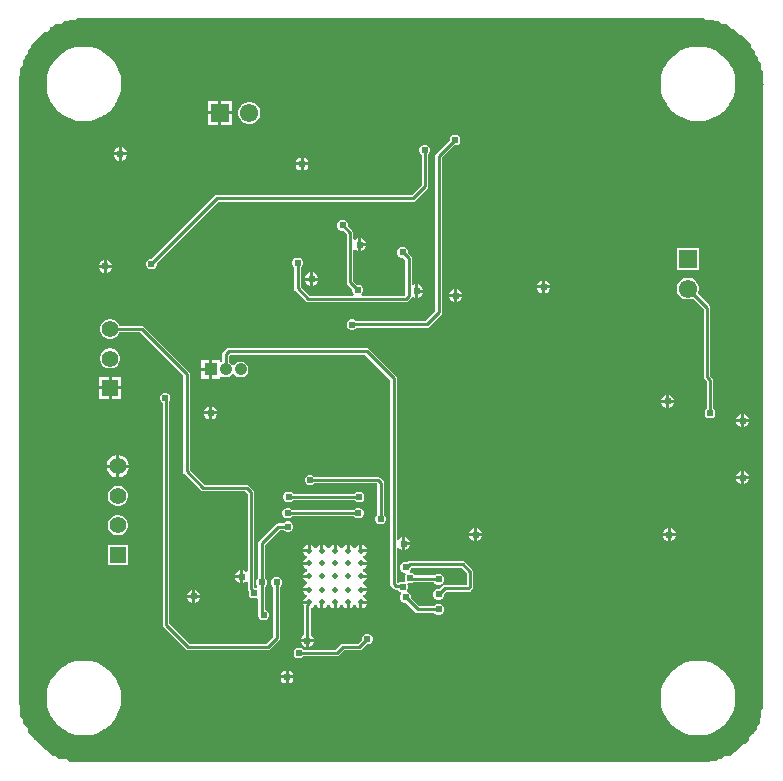
<source format=gbl>
%FSTAX23Y23*%
%MOIN*%
%SFA1B1*%

%IPPOS*%
%ADD13C,0.010000*%
%ADD53R,0.055118X0.055118*%
%ADD54C,0.055118*%
%ADD57R,0.061024X0.061024*%
%ADD58C,0.061024*%
%ADD59R,0.061024X0.061024*%
%ADD62C,0.041339*%
%ADD63R,0.041339X0.041339*%
%ADD64C,0.024016*%
%ADD65C,0.019685*%
%LNswimmingpool-1*%
%LPD*%
G36*
X0512Y03295D02*
X05145D01*
X0515Y0329*
X05165*
X05175Y0328*
X0519*
X05205Y03265*
X05215*
X05235Y03245*
X0524*
X0527Y03215*
Y03205*
X05285Y0319*
Y0318*
X05295Y0317*
Y0316*
X05305Y0315*
Y0313*
X0531Y03125*
Y03085*
X05315Y0308*
X0531Y03075*
Y01*
X05305Y00995*
Y0097*
X053Y00965*
Y0095*
X0529Y0094*
Y0093*
X0528Y0092*
Y00915*
X05275*
X05265Y00905*
Y00895*
X0525Y0088*
X05245*
X0522Y00855*
X05215*
X052Y0084*
X0518*
X0517Y0083*
X0516*
X05155Y00825*
X05135*
X0513Y0082*
X03*
X0299Y0083*
X02965*
X02955Y0084*
X02945*
X02925Y0086*
X0292*
X02885Y00895*
X0288*
Y009*
X0286Y0092*
Y00935*
X02845Y0095*
Y00965*
X02835Y00975*
Y0101*
X0283Y01015*
Y03105*
X02835Y0311*
Y03135*
X02845Y03145*
Y0316*
X0285Y03165*
Y03175*
X0286Y03185*
Y03195*
X0287Y03205*
Y0321*
X02915Y03255*
X02925*
X02935Y03265*
Y0327*
X0294*
X0295Y0328*
X0297*
X0298Y0329*
X02995*
X03Y03295*
X0302*
X03025Y033*
X05115*
X0512Y03295*
G37*
%LNswimmingpool-2*%
%LPC*%
G36*
X05102Y03206D02*
X05087D01*
X05086Y03206*
X05086Y03206*
X05071Y03204*
X0507Y03204*
X0507Y03204*
X05055Y032*
X05054Y032*
X05054*
X0504Y03194*
X05039Y03194*
X05039Y03194*
X05026Y03186*
X05025Y03185*
X05025Y03185*
X05013Y03176*
X05012Y03175*
X05012Y03175*
X05001Y03164*
X05001Y03164*
X05Y03164*
X04991Y03151*
X04991Y03151*
X0499Y03151*
X04983Y03137*
X04983Y03137*
X04982Y03137*
X04976Y03122*
Y03122*
X04976Y03121*
X04972Y03107*
X04972Y03106*
X04972Y03106*
X0497Y0309*
X0497Y0309*
X0497Y03089*
Y03074*
X0497Y03074*
X0497Y03073*
X04972Y03058*
X04972Y03057*
X04972Y03057*
X04976Y03042*
X04976Y03042*
Y03041*
X04982Y03027*
X04983Y03027*
X04983Y03026*
X0499Y03013*
X04991Y03012*
X04991Y03012*
X05Y03*
X05001Y03*
X05001Y02999*
X05012Y02988*
X05012Y02988*
X05013Y02988*
X05025Y02978*
X05025Y02978*
X05026Y02978*
X05039Y0297*
X05039Y0297*
X0504Y0297*
X05054Y02964*
X05054*
X05055Y02963*
X0507Y02959*
X0507Y02959*
X05071Y02959*
X05086Y02957*
X05086Y02957*
X05087Y02957*
X05102*
X05103Y02957*
X05103Y02957*
X05118Y02959*
X05119Y02959*
X05119Y02959*
X05134Y02963*
X05135Y02964*
X05135*
X05149Y0297*
X0515Y0297*
X0515Y0297*
X05163Y02978*
X05164Y02978*
X05164Y02978*
X05176Y02988*
X05177Y02988*
X05177Y02988*
X05188Y02999*
X05188Y03*
X05189Y03*
X05198Y03012*
X05198Y03012*
X05199Y03013*
X05206Y03026*
X05206Y03027*
X05207Y03027*
X05213Y03041*
Y03042*
X05213Y03042*
X05217Y03057*
X05217Y03057*
X05217Y03058*
X05219Y03073*
X05219Y03074*
X05219Y03074*
Y03089*
X05219Y0309*
X05219Y0309*
X05217Y03106*
X05217Y03106*
X05217Y03107*
X05213Y03121*
X05213Y03122*
Y03122*
X05207Y03137*
X05206Y03137*
X05206Y03137*
X05199Y03151*
X05198Y03151*
X05198Y03151*
X05189Y03164*
X05188Y03164*
X05188Y03164*
X05177Y03175*
X05177Y03175*
X05176Y03176*
X05164Y03185*
X05164Y03185*
X05163Y03186*
X0515Y03194*
X0515Y03194*
X05149Y03194*
X05135Y032*
X05135*
X05134Y032*
X05119Y03204*
X05119Y03204*
X05118Y03204*
X05103Y03206*
X05103Y03206*
X05102Y03206*
G37*
G36*
X03055D02*
X0304D01*
X03039Y03206*
X03039Y03206*
X03023Y03204*
X03023Y03204*
X03022Y03204*
X03008Y032*
X03007Y032*
X03007*
X02992Y03194*
X02992Y03194*
X02992Y03194*
X02978Y03186*
X02978Y03185*
X02978Y03185*
X02965Y03176*
X02965Y03175*
X02965Y03175*
X02954Y03164*
X02954Y03164*
X02953Y03164*
X02944Y03151*
X02944Y03151*
X02943Y03151*
X02935Y03137*
X02935Y03137*
X02935Y03137*
X02929Y03122*
Y03122*
X02929Y03121*
X02925Y03107*
X02925Y03106*
X02925Y03106*
X02923Y0309*
X02923Y0309*
X02923Y03089*
Y03074*
X02923Y03074*
X02923Y03073*
X02925Y03058*
X02925Y03057*
X02925Y03057*
X02929Y03042*
X02929Y03042*
Y03041*
X02935Y03027*
X02935Y03027*
X02935Y03026*
X02943Y03013*
X02944Y03012*
X02944Y03012*
X02953Y03*
X02954Y03*
X02954Y02999*
X02965Y02988*
X02965Y02988*
X02965Y02988*
X02978Y02978*
X02978Y02978*
X02978Y02978*
X02992Y0297*
X02992Y0297*
X02992Y0297*
X03007Y02964*
X03007*
X03008Y02963*
X03022Y02959*
X03023Y02959*
X03023Y02959*
X03039Y02957*
X03039Y02957*
X0304Y02957*
X03055*
X03055Y02957*
X03056Y02957*
X03071Y02959*
X03072Y02959*
X03072Y02959*
X03087Y02963*
X03087Y02964*
X03088*
X03102Y0297*
X03102Y0297*
X03103Y0297*
X03116Y02978*
X03117Y02978*
X03117Y02978*
X03129Y02988*
X03129Y02988*
X0313Y02988*
X03141Y02999*
X03141Y03*
X03141Y03*
X03151Y03012*
X03151Y03012*
X03151Y03013*
X03159Y03026*
X03159Y03027*
X03159Y03027*
X03165Y03041*
Y03042*
X03166Y03042*
X0317Y03057*
X0317Y03057*
X0317Y03058*
X03172Y03073*
X03172Y03074*
X03172Y03074*
Y03089*
X03172Y0309*
X03172Y0309*
X0317Y03106*
X0317Y03106*
X0317Y03107*
X03166Y03121*
X03165Y03122*
Y03122*
X03159Y03137*
X03159Y03137*
X03159Y03137*
X03151Y03151*
X03151Y03151*
X03151Y03151*
X03141Y03164*
X03141Y03164*
X03141Y03164*
X0313Y03175*
X03129Y03175*
X03129Y03176*
X03117Y03185*
X03117Y03185*
X03116Y03186*
X03103Y03194*
X03102Y03194*
X03102Y03194*
X03088Y032*
X03087*
X03087Y032*
X03072Y03204*
X03072Y03204*
X03071Y03204*
X03056Y03206*
X03055Y03206*
X03055Y03206*
G37*
G36*
X03541Y03026D02*
X03505D01*
Y0299*
X03541*
Y03026*
G37*
G36*
X03495D02*
X0346D01*
Y0299*
X03495*
Y03026*
G37*
G36*
X03604Y03022D02*
X03594D01*
X03585Y03019*
X03576Y03014*
X0357Y03008*
X03565Y02999*
X03562Y0299*
Y0298*
X03565Y02971*
X0357Y02963*
X03576Y02956*
X03585Y02951*
X03594Y02949*
X03604*
X03613Y02951*
X03621Y02956*
X03628Y02963*
X03633Y02971*
X03635Y0298*
Y0299*
X03633Y02999*
X03628Y03008*
X03621Y03014*
X03613Y03019*
X03604Y03022*
G37*
G36*
X03541Y0298D02*
X03505D01*
Y02945*
X03541*
Y0298*
G37*
G36*
X03495D02*
X0346D01*
Y02945*
X03495*
Y0298*
G37*
G36*
X03174Y0287D02*
Y02853D01*
X03191*
X03187Y0286*
X03181Y02867*
X03174Y0287*
G37*
G36*
X03164D02*
X03156Y02867D01*
X0315Y0286*
X03147Y02853*
X03164*
Y0287*
G37*
G36*
X03191Y02843D02*
X03174D01*
Y02826*
X03181Y02829*
X03187Y02836*
X03191Y02843*
G37*
G36*
X03164D02*
X03147D01*
X0315Y02836*
X03156Y02829*
X03164Y02826*
Y02843*
G37*
G36*
X0378Y02836D02*
Y0282D01*
X03796*
X03793Y02827*
X03787Y02833*
X0378Y02836*
G37*
G36*
X0377D02*
X03762Y02833D01*
X03756Y02827*
X03753Y0282*
X0377*
Y02836*
G37*
G36*
X03796Y0281D02*
X0378D01*
Y02793*
X03787Y02796*
X03793Y02802*
X03796Y0281*
G37*
G36*
X0377D02*
X03753D01*
X03756Y02802*
X03762Y02796*
X0377Y02793*
Y0281*
G37*
G36*
X03972Y02568D02*
Y02551D01*
X03989*
X03985Y02558*
X03979Y02565*
X03972Y02568*
G37*
G36*
X03989Y02541D02*
X03972D01*
Y02524*
X03979Y02527*
X03985Y02533*
X03989Y02541*
G37*
G36*
X03123Y02495D02*
Y02478D01*
X0314*
X03137Y02486*
X03131Y02492*
X03123Y02495*
G37*
G36*
X03113D02*
X03106Y02492D01*
X031Y02486*
X03097Y02478*
X03113*
Y02495*
G37*
G36*
X04187Y02879D02*
X04179D01*
X04173Y02876*
X04168Y02871*
X04165Y02865*
Y02858*
X04168Y02851*
X04173Y02846*
X04173Y02846*
Y02744*
X0414Y02711*
X0349*
X03486Y0271*
X03482Y02707*
X03274Y02499*
X03268*
X03262Y02496*
X03257Y02491*
X03254Y02485*
Y02477*
X03257Y02471*
X03262Y02466*
X03268Y02463*
X03275*
X03282Y02466*
X03287Y02471*
X0329Y02477*
Y02483*
X03495Y02688*
X04145*
X04149Y02689*
X04152Y02692*
X04192Y02732*
X04195Y02735*
X04196Y0274*
Y02848*
X04198Y02851*
X04201Y02858*
Y02865*
X04198Y02871*
X04193Y02876*
X04187Y02879*
G37*
G36*
X05097Y02534D02*
X05024D01*
Y02461*
X05097*
Y02534*
G37*
G36*
X0314Y02468D02*
X03123D01*
Y02452*
X03131Y02455*
X03137Y02461*
X0314Y02468*
G37*
G36*
X03113D02*
X03097D01*
X031Y02461*
X03106Y02455*
X03113Y02452*
Y02468*
G37*
G36*
X03812Y02453D02*
Y02436D01*
X03829*
X03825Y02443*
X03819Y0245*
X03812Y02453*
G37*
G36*
X03802D02*
X03794Y0245D01*
X03788Y02443*
X03785Y02436*
X03802*
Y02453*
G37*
G36*
X04585Y02426D02*
Y0241D01*
X04601*
X04598Y02417*
X04592Y02423*
X04585Y02426*
G37*
G36*
X04575D02*
X04567Y02423D01*
X04561Y02417*
X04558Y0241*
X04575*
Y02426*
G37*
G36*
X03829Y02426D02*
X03812D01*
Y02409*
X03819Y02412*
X03825Y02418*
X03829Y02426*
G37*
G36*
X03802D02*
X03785D01*
X03788Y02418*
X03794Y02412*
X03802Y02409*
Y02426*
G37*
G36*
X04162Y02413D02*
Y02396D01*
X04179*
X04175Y02403*
X04169Y0241*
X04162Y02413*
G37*
G36*
X04601Y024D02*
X04585D01*
Y02383*
X04592Y02386*
X04598Y02392*
X04601Y024*
G37*
G36*
X04575D02*
X04558D01*
X04561Y02392*
X04567Y02386*
X04575Y02383*
Y024*
G37*
G36*
X04292Y02398D02*
Y02381D01*
X04309*
X04305Y02388*
X04299Y02395*
X04292Y02398*
G37*
G36*
X04282D02*
X04274Y02395D01*
X04268Y02388*
X04265Y02381*
X04282*
Y02398*
G37*
G36*
X03913Y02627D02*
X03906D01*
X03899Y02625*
X03894Y0262*
X03892Y02613*
Y02606*
X03894Y02599*
X03899Y02594*
X03906Y02592*
X03912*
X03923Y0258*
Y0242*
X03924Y02415*
X03927Y02412*
X03942Y02397*
Y02391*
X03944Y02384*
X03948Y02381*
X03946Y02376*
X03799*
X03771Y02404*
Y0247*
X03775Y02474*
X03777Y02481*
Y02488*
X03775Y02495*
X0377Y025*
X03763Y02502*
X03756*
X03749Y025*
X03744Y02495*
X03742Y02488*
Y02481*
X03744Y02474*
X03748Y0247*
Y024*
X03749Y02395*
X03752Y02392*
X03787Y02357*
X0379Y02354*
X03795Y02353*
X0412*
X04124Y02354*
X04127Y02357*
X04137Y02367*
X0414Y0237*
X0414Y0237*
X04145Y02372*
X04152Y02369*
Y02391*
Y02413*
X04146Y0241*
X04141Y02412*
Y025*
X0414Y02504*
X04137Y02507*
X04127Y02517*
Y02523*
X04125Y0253*
X0412Y02535*
X04113Y02537*
X04106*
X04099Y02535*
X04094Y0253*
X04092Y02523*
Y02516*
X04094Y02509*
X04099Y02504*
X04106Y02502*
X04112*
X04118Y02495*
Y02379*
X04115Y02376*
X03973*
X03971Y02381*
X03975Y02384*
X03977Y02391*
Y02398*
X03975Y02405*
X0397Y0241*
X03963Y02412*
X03957*
X03946Y02424*
Y02529*
X03951Y02531*
X03954Y02527*
X03962Y02524*
Y02546*
Y02568*
X03954Y02565*
X03951Y02561*
X03946Y02563*
Y02585*
X03945Y02589*
X03942Y02592*
X03927Y02607*
Y02613*
X03925Y0262*
X0392Y02625*
X03913Y02627*
G37*
G36*
X04179Y02386D02*
X04162D01*
Y02369*
X04169Y02372*
X04175Y02378*
X04179Y02386*
G37*
G36*
X04309Y02371D02*
X04292D01*
Y02354*
X04299Y02357*
X04305Y02363*
X04309Y02371*
G37*
G36*
X04282D02*
X04265D01*
X04268Y02363*
X04274Y02357*
X04282Y02354*
Y02371*
G37*
G36*
X04288Y02912D02*
X04281D01*
X04274Y0291*
X04269Y02905*
X04267Y02898*
Y02892*
X04222Y02847*
X04219Y02844*
X04218Y0284*
Y02324*
X04185Y02291*
X03955*
X03951Y02294*
X03945Y02297*
X03938*
X03931Y02294*
X03926Y02289*
X03923Y02282*
Y02275*
X03926Y02269*
X03931Y02264*
X03938Y02261*
X03945*
X03951Y02264*
X03956Y02268*
X0419*
X04194Y02269*
X04197Y02272*
X04237Y02312*
X0424Y02315*
X04241Y0232*
Y02835*
X04282Y02877*
X04288*
X04295Y02879*
X043Y02884*
X04302Y02891*
Y02898*
X043Y02905*
X04295Y0291*
X04288Y02912*
G37*
G36*
X03465Y0216D02*
X03439D01*
Y02135*
X03465*
Y0216*
G37*
G36*
X03139Y022D02*
X0313D01*
X03122Y02197*
X03114Y02193*
X03108Y02187*
X03103Y02179*
X03101Y0217*
Y02162*
X03103Y02153*
X03108Y02145*
X03114Y02139*
X03122Y02135*
X0313Y02133*
X03139*
X03147Y02135*
X03155Y02139*
X03161Y02145*
X03166Y02153*
X03168Y02162*
Y0217*
X03166Y02179*
X03161Y02187*
X03155Y02193*
X03147Y02197*
X03139Y022*
G37*
G36*
X03465Y02125D02*
X03439D01*
Y02099*
X03465*
Y02125*
G37*
G36*
X03172Y02105D02*
X0314D01*
Y02073*
X03172*
Y02105*
G37*
G36*
X0313D02*
X03097D01*
Y02073*
X0313*
Y02105*
G37*
G36*
X03172Y02063D02*
X0314D01*
Y0203*
X03172*
Y02063*
G37*
G36*
X0313D02*
X03097D01*
Y0203*
X0313*
Y02063*
G37*
G36*
X04998Y02045D02*
Y02028D01*
X05015*
X05012Y02036*
X05006Y02042*
X04998Y02045*
G37*
G36*
X04988D02*
X04981Y02042D01*
X04975Y02036*
X04972Y02028*
X04988*
Y02045*
G37*
G36*
X05015Y02018D02*
X04998D01*
Y02002*
X05006Y02005*
X05012Y02011*
X05015Y02018*
G37*
G36*
X04988D02*
X04972D01*
X04975Y02011*
X04981Y02005*
X04988Y02002*
Y02018*
G37*
G36*
X03475Y02006D02*
Y0199D01*
X03491*
X03488Y01997*
X03482Y02003*
X03475Y02006*
G37*
G36*
X03465D02*
X03457Y02003D01*
X03451Y01997*
X03448Y0199*
X03465*
Y02006*
G37*
G36*
X05065Y02436D02*
X05055D01*
X05046Y02433*
X05038Y02429*
X05031Y02422*
X05026Y02414*
X05024Y02404*
Y02395*
X05026Y02385*
X05031Y02377*
X05038Y0237*
X05046Y02365*
X05055Y02363*
X05065*
X05074Y02365*
X05077Y02367*
X05113Y0233*
Y02105*
X05114Y021*
X05117Y02097*
X05123Y0209*
Y01999*
X05119Y01995*
X05117Y01988*
Y01981*
X05119Y01974*
X05124Y01969*
X05131Y01967*
X05138*
X05145Y01969*
X0515Y01974*
X05152Y01981*
Y01988*
X0515Y01995*
X05146Y01999*
Y02095*
X05145Y02099*
X05142Y02102*
X05136Y02109*
Y02335*
X05135Y02339*
X05132Y02343*
X05093Y02383*
X05094Y02385*
X05097Y02395*
Y02404*
X05094Y02414*
X05089Y02422*
X05083Y02429*
X05074Y02433*
X05065Y02436*
G37*
G36*
X05248Y0198D02*
Y01963D01*
X05265*
X05262Y01971*
X05256Y01977*
X05248Y0198*
G37*
G36*
X05238D02*
X05231Y01977D01*
X05225Y01971*
X05222Y01963*
X05238*
Y0198*
G37*
G36*
X03491Y0198D02*
X03475D01*
Y01963*
X03482Y01966*
X03488Y01972*
X03491Y0198*
G37*
G36*
X03465D02*
X03448D01*
X03451Y01972*
X03457Y01966*
X03465Y01963*
Y0198*
G37*
G36*
X05265Y01953D02*
X05248D01*
Y01937*
X05256Y0194*
X05262Y01946*
X05265Y01953*
G37*
G36*
X05238D02*
X05222D01*
X05225Y01946*
X05231Y0194*
X05238Y01937*
Y01953*
G37*
G36*
X03165Y01845D02*
Y01812D01*
X03198*
X03195Y01822*
X0319Y0183*
X03183Y01837*
X03175Y01842*
X03165Y01845*
G37*
G36*
X03155D02*
X03146Y01842D01*
X03137Y01837*
X0313Y0183*
X03125Y01822*
X03123Y01812*
X03155*
Y01845*
G37*
G36*
X05248Y0179D02*
Y01773D01*
X05265*
X05262Y01781*
X05256Y01787*
X05248Y0179*
G37*
G36*
X05238D02*
X05231Y01787D01*
X05225Y01781*
X05222Y01773*
X05238*
Y0179*
G37*
G36*
X03198Y01802D02*
X03165D01*
Y0177*
X03175Y01772*
X03183Y01777*
X0319Y01784*
X03195Y01793*
X03198Y01802*
G37*
G36*
X03155D02*
X03123D01*
X03125Y01793*
X0313Y01784*
X03137Y01777*
X03146Y01772*
X03155Y0177*
Y01802*
G37*
G36*
X05265Y01763D02*
X05248D01*
Y01747*
X05256Y0175*
X05262Y01756*
X05265Y01763*
G37*
G36*
X05238D02*
X05222D01*
X05225Y01756*
X05231Y0175*
X05238Y01747*
Y01763*
G37*
G36*
X03968Y01722D02*
X03961D01*
X03954Y0172*
X0395Y01716*
X03744*
X0374Y0172*
X03733Y01722*
X03726*
X03719Y0172*
X03714Y01715*
X03712Y01708*
Y01701*
X03714Y01694*
X03719Y01689*
X03726Y01687*
X03733*
X0374Y01689*
X03744Y01693*
X0395*
X03954Y01689*
X03961Y01687*
X03968*
X03975Y01689*
X0398Y01694*
X03982Y01701*
Y01708*
X0398Y01715*
X03975Y0172*
X03968Y01722*
G37*
G36*
X03165Y01742D02*
X03156D01*
X03147Y0174*
X0314Y01736*
X03133Y01729*
X03129Y01722*
X03127Y01713*
Y01704*
X03129Y01696*
X03133Y01688*
X0314Y01682*
X03147Y01677*
X03156Y01675*
X03165*
X03173Y01677*
X03181Y01682*
X03187Y01688*
X03192Y01696*
X03194Y01704*
Y01713*
X03192Y01722*
X03187Y01729*
X03181Y01736*
X03173Y0174*
X03165Y01742*
G37*
G36*
X03965Y01669D02*
X03958D01*
X03952Y01666*
X03948Y01662*
X03741*
X03737Y01666*
X0373Y01669*
X03723*
X03717Y01666*
X03712Y01661*
X03709Y01655*
Y01647*
X03712Y01641*
X03717Y01636*
X03723Y01633*
X0373*
X03737Y01636*
X03741Y0164*
X03948*
X03952Y01636*
X03958Y01633*
X03965*
X03972Y01636*
X03977Y01641*
X0398Y01647*
Y01655*
X03977Y01661*
X03972Y01666*
X03965Y01669*
G37*
G36*
X03805Y01779D02*
X03798D01*
X03792Y01776*
X03787Y01771*
X03784Y01765*
Y01757*
X03787Y01751*
X03792Y01746*
X03798Y01743*
X03805*
X03812Y01746*
X03816Y0175*
X04023*
X04026Y01748*
Y01645*
X04022Y01641*
X04019Y01635*
Y01627*
X04022Y01621*
X04027Y01616*
X04033Y01613*
X0404*
X04047Y01616*
X04052Y01621*
X04055Y01627*
Y01635*
X04052Y01641*
X04048Y01645*
Y01752*
X04047Y01756*
X04045Y0176*
X04036Y01769*
X04032Y01771*
X04028Y01772*
X03816*
X03812Y01776*
X03805Y01779*
G37*
G36*
X03139Y02298D02*
X0313D01*
X03122Y02296*
X03114Y02291*
X03108Y02285*
X03103Y02277*
X03101Y02269*
Y0226*
X03103Y02252*
X03108Y02244*
X03114Y02238*
X03122Y02233*
X0313Y02231*
X03139*
X03147Y02233*
X03155Y02238*
X03161Y02244*
X03166Y02252*
X03166Y02253*
X03235*
X03378Y0211*
Y0179*
X03379Y01785*
X03382Y01782*
X03437Y01727*
X0344Y01724*
X03445Y01723*
X03585*
X03593Y01715*
Y01457*
X03588Y01455*
X03586Y01457*
X03578Y0146*
Y01438*
Y01417*
X03586Y0142*
X03588Y01422*
X03593Y0142*
Y01397*
X03594Y01393*
X03597Y01389*
X03597Y01389*
X03597Y01388*
Y01381*
X03599Y01374*
X03604Y01369*
X03611Y01367*
X03618*
X03623Y01369*
X03628Y01366*
Y0131*
X03629Y01305*
X03631Y01303*
X03632Y01301*
X03637Y01296*
X03643Y01293*
X0365*
X03657Y01296*
X03662Y01301*
X03665Y01307*
Y01315*
X03662Y01321*
X03657Y01326*
X03651Y01329*
Y01405*
X03655Y01409*
X03657Y01416*
Y01423*
X03655Y0143*
X03651Y01434*
Y01545*
X03701Y01595*
X03713*
X03717Y01591*
X03723Y01588*
X0373*
X03737Y01591*
X03742Y01596*
X03745Y01602*
Y0161*
X03742Y01616*
X03737Y01621*
X0373Y01624*
X03723*
X03717Y01621*
X03713Y01617*
X03696*
X03692Y01616*
X03688Y01614*
X03632Y01557*
X03629Y01554*
X03628Y0155*
Y01434*
X03624Y0143*
X03622Y01423*
Y01416*
X03624Y01409*
X03626Y01407*
X03626Y01404*
X03621Y01401*
X03618Y01402*
X03616*
Y0172*
X03615Y01724*
X03612Y01727*
X03597Y01742*
X03594Y01745*
X0359Y01746*
X03449*
X03401Y01794*
Y02115*
X034Y02119*
X03397Y02122*
X03247Y02272*
X03244Y02275*
X0324Y02276*
X03166*
X03166Y02277*
X03161Y02285*
X03155Y02291*
X03147Y02296*
X03139Y02298*
G37*
G36*
X05003Y016D02*
Y01583D01*
X0502*
X05017Y01591*
X05011Y01597*
X05003Y016*
G37*
G36*
X04993D02*
X04986Y01597D01*
X0498Y01591*
X04977Y01583*
X04993*
Y016*
G37*
G36*
X04358D02*
Y01583D01*
X04375*
X04372Y01591*
X04366Y01597*
X04358Y016*
G37*
G36*
X04348D02*
X04341Y01597D01*
X04335Y01591*
X04332Y01583*
X04348*
Y016*
G37*
G36*
X03165Y01644D02*
X03156D01*
X03147Y01642*
X0314Y01637*
X03133Y01631*
X03129Y01623*
X03127Y01615*
Y01606*
X03129Y01597*
X03133Y0159*
X0314Y01583*
X03147Y01579*
X03156Y01577*
X03165*
X03173Y01579*
X03181Y01583*
X03187Y0159*
X03192Y01597*
X03194Y01606*
Y01615*
X03192Y01623*
X03187Y01631*
X03181Y01637*
X03173Y01642*
X03165Y01644*
G37*
G36*
X0502Y01573D02*
X05003D01*
Y01557*
X05011Y0156*
X05017Y01566*
X0502Y01573*
G37*
G36*
X04993D02*
X04977D01*
X0498Y01566*
X04986Y0156*
X04993Y01557*
Y01573*
G37*
G36*
X04375D02*
X04358D01*
Y01557*
X04366Y0156*
X04372Y01566*
X04375Y01573*
G37*
G36*
X04348D02*
X04332D01*
X04335Y01566*
X04341Y0156*
X04348Y01557*
Y01573*
G37*
G36*
X04118Y0157D02*
Y01553D01*
X04135*
X04132Y01561*
X04126Y01567*
X04118Y0157*
G37*
G36*
X03966Y01546D02*
X0396Y01543D01*
X03954Y01537*
X03952Y01532*
X03947*
X03945Y01537*
X03939Y01543*
X03933Y01546*
Y01526*
X03923*
Y01546*
X03917Y01543*
X03911Y01537*
X03909Y01532*
X03903*
X03901Y01537*
X03896Y01543*
X0389Y01546*
Y01526*
X0388*
Y01546*
X03873Y01543*
X03868Y01537*
X03866Y01532*
X0386*
X03858Y01537*
X03852Y01543*
X03846Y01546*
Y01526*
X03836*
Y01546*
X0383Y01543*
X03824Y01537*
X03822Y01532*
X03817*
X03815Y01537*
X03809Y01543*
X03803Y01546*
Y01526*
X03798*
Y01521*
X03778*
X03781Y01515*
X03787Y01509*
X03792Y01507*
Y01502*
X03787Y015*
X03781Y01494*
X03778Y01488*
X03798*
Y01478*
X03778*
X03781Y01472*
X03787Y01466*
X03792Y01464*
Y01458*
X03787Y01456*
X03781Y01451*
X03778Y01445*
X03798*
Y01435*
X03778*
X03781Y01428*
X03787Y01423*
X03792Y01421*
Y01415*
X03787Y01413*
X03781Y01407*
X03778Y01401*
X03798*
Y01391*
X03778*
X03781Y01385*
X03787Y01379*
X03792Y01377*
Y01372*
X03787Y0137*
X03781Y01364*
X03778Y01358*
X03798*
Y01348*
X03778*
X03781Y01343*
Y01245*
X03779Y01245*
X03773Y01238*
X0377Y01231*
X03814*
X0381Y01238*
X03804Y01245*
X03803Y01245*
Y01334*
X03809Y01336*
X03815Y01342*
X03817Y01347*
X03822*
X03824Y01342*
X0383Y01336*
X03836Y01333*
Y01353*
X03846*
Y01333*
X03852Y01336*
X03858Y01342*
X0386Y01347*
X03866*
X03868Y01342*
X03873Y01336*
X0388Y01333*
Y01353*
X0389*
Y01333*
X03896Y01336*
X03901Y01342*
X03903Y01347*
X03909*
X03911Y01342*
X03917Y01336*
X03923Y01333*
Y01353*
X03933*
Y01333*
X03939Y01336*
X03945Y01342*
X03947Y01347*
X03952*
X03954Y01342*
X0396Y01336*
X03966Y01333*
Y01353*
X03971*
Y01358*
X03991*
X03988Y01364*
X03982Y0137*
X03977Y01372*
Y01377*
X03982Y01379*
X03988Y01385*
X03991Y01391*
X03971*
Y01401*
X03991*
X03988Y01407*
X03982Y01413*
X03977Y01415*
Y01421*
X03982Y01423*
X03988Y01428*
X03991Y01435*
X03971*
Y01445*
X03991*
X03988Y01451*
X03982Y01456*
X03977Y01458*
Y01464*
X03982Y01466*
X03988Y01472*
X03991Y01478*
X03971*
Y01488*
X03991*
X03988Y01494*
X03982Y015*
X03977Y01502*
Y01507*
X03982Y01509*
X03988Y01515*
X03991Y01521*
X03971*
Y01526*
X03966*
Y01546*
G37*
G36*
X03976D02*
Y01531D01*
X03991*
X03988Y01537*
X03982Y01543*
X03976Y01546*
G37*
G36*
X03793D02*
X03787Y01543D01*
X03781Y01537*
X03778Y01531*
X03793*
Y01546*
G37*
G36*
X04135Y01543D02*
X04118D01*
Y01527*
X04126Y0153*
X04132Y01536*
X04135Y01543*
G37*
G36*
X0399Y02201D02*
X0353D01*
X03525Y022*
X03522Y02197*
X03512Y02187*
X03509Y02184*
X03508Y0218*
Y02155*
X03505Y02153*
X035Y02156*
Y0216*
X03475*
Y0213*
Y02099*
X035*
Y02104*
X03505Y02107*
X03509Y02105*
X03516Y02103*
X03523*
X0353Y02105*
X03536Y02108*
X03541Y02113*
X03542Y02114*
X03547*
X03548Y02113*
X03553Y02108*
X03559Y02105*
X03566Y02103*
X03573*
X0358Y02105*
X03586Y02108*
X03591Y02113*
X03594Y02119*
X03596Y02126*
Y02133*
X03594Y0214*
X03591Y02146*
X03586Y02151*
X0358Y02154*
X03573Y02156*
X03566*
X03559Y02154*
X03553Y02151*
X03548Y02146*
X03547Y02145*
X03542*
X03541Y02146*
X03536Y02151*
X03531Y02154*
Y02175*
X03534Y02178*
X03985*
X04068Y02095*
Y01415*
X04069Y0141*
X04072Y01407*
X04079Y01399*
X04083Y01397*
X04087Y01396*
X04094*
X04094Y01394*
X04099Y01389*
X04105Y01387*
X04106Y01383*
X04106Y01382*
X04104Y0138*
X04102Y01373*
Y01366*
X04104Y01359*
X04109Y01354*
X04116Y01352*
X04122*
X04152Y01322*
X04155Y01319*
X0416Y01318*
X04215*
X04219Y01314*
X04226Y01312*
X04233*
X0424Y01314*
X04245Y01319*
X04247Y01326*
Y01333*
X04245Y0134*
X0424Y01345*
X04233Y01347*
X04226*
X04219Y01345*
X04215Y01341*
X04164*
X04137Y01367*
Y01373*
X04135Y0138*
X0413Y01385*
X04124Y01387*
X04123Y01391*
X04123Y01392*
X04125Y01394*
X04127Y01401*
Y01408*
X04125Y01413*
X04128Y01417*
X04129Y01417*
X04131Y01417*
X04138*
X04145Y01419*
X04146Y01421*
X04214*
X04214Y01419*
X04219Y01414*
X04226Y01412*
X04233*
X0424Y01414*
X04245Y01419*
X04247Y01426*
Y01433*
X04245Y0144*
X0424Y01445*
X04233Y01447*
X04226*
X04219Y01445*
X04218Y01443*
X0415*
X0415Y01445*
X04145Y0145*
X04138Y01452*
X04135*
X04133Y01457*
X04135Y01459*
X04137Y01466*
Y01468*
X04138Y01468*
X04305*
X04323Y0145*
Y01411*
X0425*
X04245Y0141*
X04242Y01407*
X04232Y01397*
X04226*
X04219Y01395*
X04214Y0139*
X04212Y01383*
Y01376*
X04214Y01369*
X04219Y01364*
X04226Y01362*
X04233*
X0424Y01364*
X04245Y01369*
X04247Y01376*
Y01382*
X04254Y01388*
X04329*
X04333Y01389*
X04337Y01392*
X04342Y01397*
X04345Y01401*
X04346Y01405*
Y01455*
X04345Y01459*
X04342Y01462*
X04317Y01487*
X04314Y0149*
X0431Y01491*
X04133*
X04129Y0149*
X04125Y01487*
X04125Y01487*
X04123Y01487*
X04116*
X04109Y01485*
X04104Y0148*
X04102Y01473*
Y01466*
X04104Y01459*
X04109Y01454*
X04116Y01452*
X04119*
X04121Y01447*
X04119Y01445*
X04117Y01438*
Y01431*
X04119Y01426*
X04116Y01422*
X04115Y01422*
X04113Y01422*
X04106*
X04099Y0142*
X04098Y01418*
X04091*
X04091Y01419*
Y01533*
X04091Y01534*
X04096Y01535*
X04101Y0153*
X04108Y01527*
Y01548*
Y0157*
X04101Y01567*
X04096Y01562*
X04091Y01563*
X04091Y01563*
Y021*
X0409Y02104*
X04087Y02107*
X03997Y02197*
X03994Y022*
X0399Y02201*
G37*
G36*
X03194Y01545D02*
X03127D01*
Y01478*
X03194*
Y01545*
G37*
G36*
X03568Y0146D02*
X03561Y01457D01*
X03555Y01451*
X03552Y01443*
X03568*
Y0146*
G37*
G36*
Y01433D02*
X03552D01*
X03555Y01426*
X03561Y0142*
X03568Y01417*
Y01433*
G37*
G36*
X03418Y01395D02*
Y01378D01*
X03435*
X03432Y01386*
X03426Y01392*
X03418Y01395*
G37*
G36*
X03408D02*
X03401Y01392D01*
X03395Y01386*
X03392Y01378*
X03408*
Y01395*
G37*
G36*
X03435Y01368D02*
X03418D01*
Y01352*
X03426Y01355*
X03432Y01361*
X03435Y01368*
G37*
G36*
X03408D02*
X03392D01*
X03395Y01361*
X03401Y01355*
X03408Y01352*
Y01368*
G37*
G36*
X03991Y01348D02*
X03976D01*
Y01333*
X03982Y01336*
X03988Y01342*
X03991Y01348*
G37*
G36*
X03814Y01221D02*
X03797D01*
Y01204*
X03804Y01207*
X0381Y01213*
X03814Y01221*
G37*
G36*
X03787D02*
X0377D01*
X03773Y01213*
X03779Y01207*
X03787Y01204*
Y01221*
G37*
G36*
X03995Y01249D02*
X03988D01*
X03982Y01246*
X03977Y01241*
X03974Y01235*
Y01229*
X03961Y01216*
X0391*
X03905Y01215*
X03902Y01212*
X03885Y01196*
X03779*
X03775Y012*
X03768Y01202*
X03761*
X03754Y012*
X03749Y01195*
X03747Y01188*
Y01181*
X03749Y01174*
X03754Y01169*
X03761Y01167*
X03768*
X03775Y01169*
X03779Y01173*
X0389*
X03894Y01174*
X03897Y01177*
X03914Y01193*
X03965*
X0397Y01194*
X03973Y01197*
X0399Y01213*
X03995*
X04002Y01216*
X04007Y01221*
X0401Y01227*
Y01235*
X04007Y01241*
X04002Y01246*
X03995Y01249*
G37*
G36*
X03322Y02052D02*
X03315D01*
X03308Y02049*
X03303Y02044*
X033Y02038*
Y02031*
X03303Y02024*
X03308Y02019*
X0331Y02018*
Y01278*
X0331Y01274*
X03313Y0127*
X03387Y01197*
X0339Y01194*
X03395Y01193*
X0366*
X03664Y01194*
X03667Y01197*
X03697Y01227*
X037Y0123*
X03701Y01235*
Y01405*
X03705Y01409*
X03707Y01416*
Y01423*
X03705Y0143*
X037Y01435*
X03693Y01437*
X03686*
X03679Y01435*
X03674Y0143*
X03672Y01423*
Y01416*
X03674Y01409*
X03678Y01405*
Y01239*
X03655Y01216*
X03399*
X03332Y01283*
Y02023*
X03333Y02024*
X03336Y02031*
Y02038*
X03333Y02044*
X03328Y02049*
X03322Y02052*
G37*
G36*
X05102Y01159D02*
X05087D01*
X05086Y01159*
X05086Y01159*
X05071Y01157*
X0507Y01157*
X0507Y01157*
X05055Y01153*
X05054Y01153*
X05054*
X0504Y01147*
X05039Y01146*
X05039Y01146*
X05026Y01139*
X05025Y01138*
X05025Y01138*
X05013Y01129*
X05012Y01128*
X05012Y01128*
X05001Y01117*
X05001Y01117*
X05Y01116*
X04991Y01104*
X04991Y01104*
X0499Y01103*
X04983Y0109*
X04983Y0109*
X04982Y01089*
X04976Y01075*
Y01075*
X04976Y01074*
X04972Y01059*
X04972Y01059*
X04972Y01058*
X0497Y01043*
X0497Y01043*
X0497Y01042*
Y01027*
X0497Y01026*
X0497Y01026*
X04972Y01011*
X04972Y0101*
X04972Y0101*
X04976Y00995*
X04976Y00994*
Y00994*
X04982Y0098*
X04983Y00979*
X04983Y00979*
X0499Y00966*
X04991Y00965*
X04991Y00965*
X05Y00953*
X05001Y00952*
X05001Y00952*
X05012Y00941*
X05012Y00941*
X05013Y0094*
X05025Y00931*
X05025Y00931*
X05026Y0093*
X05039Y00923*
X05039Y00923*
X0504Y00922*
X05054Y00916*
X05054*
X05055Y00916*
X0507Y00912*
X0507Y00912*
X05071Y00912*
X05086Y0091*
X05086Y0091*
X05087Y0091*
X05102*
X05103Y0091*
X05103Y0091*
X05118Y00912*
X05119Y00912*
X05119Y00912*
X05134Y00916*
X05135Y00916*
X05135*
X05149Y00922*
X0515Y00923*
X0515Y00923*
X05163Y0093*
X05164Y00931*
X05164Y00931*
X05176Y0094*
X05177Y00941*
X05177Y00941*
X05188Y00952*
X05188Y00952*
X05189Y00953*
X05198Y00965*
X05198Y00965*
X05199Y00966*
X05206Y00979*
X05206Y00979*
X05207Y0098*
X05213Y00994*
Y00994*
X05213Y00995*
X05217Y0101*
X05217Y0101*
X05217Y01011*
X05219Y01026*
X05219Y01026*
X05219Y01027*
Y01042*
X05219Y01043*
X05219Y01043*
X05217Y01058*
X05217Y01059*
X05217Y01059*
X05213Y01074*
X05213Y01075*
Y01075*
X05207Y01089*
X05206Y0109*
X05206Y0109*
X05199Y01103*
X05198Y01104*
X05198Y01104*
X05189Y01116*
X05188Y01117*
X05188Y01117*
X05177Y01128*
X05177Y01128*
X05176Y01129*
X05164Y01138*
X05164Y01138*
X05163Y01139*
X0515Y01146*
X0515Y01146*
X05149Y01147*
X05135Y01153*
X05135*
X05134Y01153*
X05119Y01157*
X05119Y01157*
X05118Y01157*
X05103Y01159*
X05103Y01159*
X05102Y01159*
G37*
G36*
X03055D02*
X0304D01*
X03039Y01159*
X03039Y01159*
X03023Y01157*
X03023Y01157*
X03022Y01157*
X03008Y01153*
X03007Y01153*
X03007*
X02992Y01147*
X02992Y01146*
X02992Y01146*
X02978Y01139*
X02978Y01138*
X02978Y01138*
X02965Y01129*
X02965Y01128*
X02965Y01128*
X02954Y01117*
X02954Y01117*
X02953Y01116*
X02944Y01104*
X02944Y01104*
X02943Y01103*
X02935Y0109*
X02935Y0109*
X02935Y01089*
X02929Y01075*
Y01075*
X02929Y01074*
X02925Y01059*
X02925Y01059*
X02925Y01058*
X02923Y01043*
X02923Y01043*
X02923Y01042*
Y01027*
X02923Y01026*
X02923Y01026*
X02925Y01011*
X02925Y0101*
X02925Y0101*
X02929Y00995*
X02929Y00994*
Y00994*
X02935Y0098*
X02935Y00979*
X02935Y00979*
X02943Y00966*
X02944Y00965*
X02944Y00965*
X02953Y00953*
X02954Y00952*
X02954Y00952*
X02965Y00941*
X02965Y00941*
X02965Y0094*
X02978Y00931*
X02978Y00931*
X02978Y0093*
X02992Y00923*
X02992Y00923*
X02992Y00922*
X03007Y00916*
X03007*
X03008Y00916*
X03022Y00912*
X03023Y00912*
X03023Y00912*
X03039Y0091*
X03039Y0091*
X0304Y0091*
X03055*
X03055Y0091*
X03056Y0091*
X03071Y00912*
X03072Y00912*
X03072Y00912*
X03087Y00916*
X03087Y00916*
X03088*
X03102Y00922*
X03102Y00923*
X03103Y00923*
X03116Y0093*
X03117Y00931*
X03117Y00931*
X03129Y0094*
X03129Y00941*
X0313Y00941*
X03141Y00952*
X03141Y00952*
X03141Y00953*
X03151Y00965*
X03151Y00965*
X03151Y00966*
X03159Y00979*
X03159Y00979*
X03159Y0098*
X03165Y00994*
Y00994*
X03166Y00995*
X0317Y0101*
X0317Y0101*
X0317Y01011*
X03172Y01026*
X03172Y01026*
X03172Y01027*
Y01042*
X03172Y01043*
X03172Y01043*
X0317Y01058*
X0317Y01059*
X0317Y01059*
X03166Y01074*
X03165Y01075*
Y01075*
X03159Y01089*
X03159Y0109*
X03159Y0109*
X03151Y01103*
X03151Y01104*
X03151Y01104*
X03141Y01116*
X03141Y01117*
X03141Y01117*
X0313Y01128*
X03129Y01128*
X03129Y01129*
X03117Y01138*
X03117Y01138*
X03116Y01139*
X03103Y01146*
X03102Y01146*
X03102Y01147*
X03088Y01153*
X03087*
X03087Y01153*
X03072Y01157*
X03072Y01157*
X03071Y01157*
X03056Y01159*
X03055Y01159*
X03055Y01159*
G37*
G36*
X0373Y01126D02*
Y0111D01*
X03746*
X03743Y01117*
X03737Y01123*
X0373Y01126*
G37*
G36*
X0372D02*
X03712Y01123D01*
X03706Y01117*
X03703Y0111*
X0372*
Y01126*
G37*
G36*
X03746Y011D02*
X0373D01*
Y01083*
X03737Y01086*
X03743Y01092*
X03746Y011*
G37*
G36*
X0372D02*
X03703D01*
X03706Y01092*
X03712Y01086*
X0372Y01083*
Y011*
G37*
%LNswimmingpool-3*%
%LPD*%
G54D13*
X0364Y0131D02*
Y0142D01*
X05135Y01985D02*
Y02095D01*
X05125Y02105D02*
X05135Y02095D01*
X0506Y02399D02*
X05125Y02335D01*
Y02105D02*
Y02335D01*
X0394Y0228D02*
X0419D01*
X0423Y0232*
Y0284D02*
X04285Y02895D01*
X0423Y0232D02*
Y0284D01*
X04185Y0274D02*
Y0286D01*
X04145Y027D02*
X04185Y0274D01*
X0349Y027D02*
X04145D01*
X03272Y02481D02*
X0349Y027D01*
X03321Y01278D02*
Y02033D01*
Y01278D02*
X03395Y01205D01*
X0366*
X0369Y01235*
Y0142*
X0364D02*
Y0155D01*
X03696Y01606*
X03605Y01397D02*
Y0172D01*
X0359Y01735D02*
X03605Y0172D01*
X03615Y01385D02*
Y01387D01*
X03605Y01397D02*
X03615Y01387D01*
X03765Y01185D02*
X0389D01*
X0391Y01205*
X03792Y01226D02*
Y01344D01*
X0391Y01205D02*
X03965D01*
X03992Y01231*
X03792Y01344D02*
X03798Y0135D01*
Y01353*
X03696Y01606D02*
X03727D01*
X03802Y01761D02*
X04028D01*
X04037Y01752*
Y01631D02*
Y01752D01*
X03962Y01651D02*
X03963D01*
X03727D02*
X03962D01*
X03963D02*
X03965Y0165D01*
X0373Y01705D02*
X03965D01*
X0324Y02265D02*
X0339Y02115D01*
X03135Y02265D02*
X0324D01*
X0339Y0179D02*
Y02115D01*
Y0179D02*
X03445Y01735D01*
X0359*
X0399Y0219D02*
X0408Y021D01*
X0353Y0219D02*
X0399D01*
X0408Y01415D02*
Y021D01*
X0352Y0218D02*
X0353Y0219D01*
X0352Y0213D02*
Y0218D01*
X03795Y02365D02*
X0412D01*
X0376Y024D02*
Y02485D01*
X0413Y02375D02*
Y025D01*
X0412Y02365D02*
X0413Y02375D01*
X0376Y024D02*
X03795Y02365D01*
X0411Y0252D02*
X0413Y025D01*
X0408Y01415D02*
X04087Y01407D01*
X04107D02*
X0411Y01405D01*
X04087Y01407D02*
X04107D01*
X04135Y01435D02*
X04137Y01432D01*
X04227D02*
X0423Y0143D01*
X04137Y01432D02*
X04227D01*
X04123Y0147D02*
X04133Y0148D01*
X0412Y0147D02*
X04123D01*
X04133Y0148D02*
X0431D01*
X04329Y014D02*
X04335Y01405D01*
Y01455*
X0431Y0148D02*
X04335Y01455D01*
X0425Y014D02*
X04329D01*
X0423Y0138D02*
X0425Y014D01*
X0412Y0137D02*
X0416Y0133D01*
X0423*
X03935Y0242D02*
Y02585D01*
X0391Y0261D02*
X03935Y02585D01*
Y0242D02*
X0396Y02395D01*
G54D53*
X0316Y01512D03*
X03135Y02068D03*
G54D54*
X0316Y0161D03*
Y01709D03*
Y01807D03*
X03135Y02166D03*
Y02265D03*
G54D57*
X0506Y02498D03*
G54D58*
X0506Y02399D03*
X03599Y02985D03*
G54D59*
X035Y02985D03*
G54D62*
X0357Y0213D03*
X0352D03*
G54D63*
X0347Y0213D03*
G54D64*
X0458Y02405D03*
X03725Y01105D03*
X0347Y01985D03*
X04113Y01548D03*
X04353Y01578D03*
X04998D03*
X05243Y01768D03*
Y01958D03*
X04993Y02023D03*
X03118Y02473D03*
X03169Y02848D03*
X03413Y01373D03*
X03573Y01438D03*
X05135Y01985D03*
X03941Y02279D03*
X04285Y02895D03*
X04287Y02376D03*
X04157Y02391D03*
X03807Y02431D03*
X03967Y02546D03*
X04183Y02861D03*
X03272Y02481D03*
X03318Y02034D03*
X03765Y01185D03*
X03647Y01311D03*
X0364Y0142D03*
X03615Y01385D03*
X0369Y0142D03*
X03792Y01226D03*
X03992Y01231D03*
X03727Y01606D03*
X03802Y01761D03*
X04037Y01631D03*
X03962Y01651D03*
X03727D03*
X03965Y01705D03*
X0373D03*
X0411Y01405D03*
X04135Y01435D03*
X0412Y0147D03*
X0423Y0138D03*
Y0143D03*
Y0133D03*
X0412Y0137D03*
X0376Y02485D03*
X0411Y0252D03*
X0391Y0261D03*
X0396Y02395D03*
X03775Y02815D03*
G54D65*
X03798Y01526D03*
X03841D03*
X03885D03*
X03928D03*
X03971D03*
X03798Y01483D03*
X03841D03*
X03885D03*
X03928D03*
X03971D03*
X03798Y0144D03*
X03841D03*
X03885D03*
X03928D03*
X03971D03*
X03798Y01396D03*
X03841D03*
X03885D03*
X03928D03*
X03971D03*
X03798Y01353D03*
X03841D03*
X03885D03*
X03928D03*
X03971D03*
M02*
</source>
